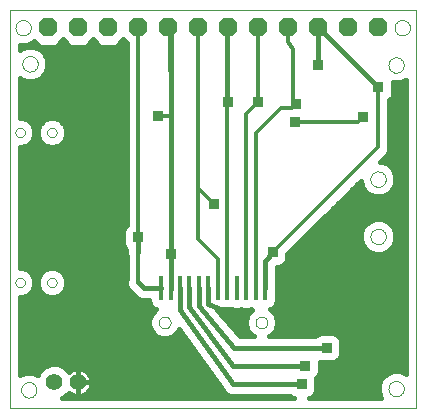
<source format=gtl>
G75*
G70*
%OFA0B0*%
%FSLAX24Y24*%
%IPPOS*%
%LPD*%
%AMOC8*
5,1,8,0,0,1.08239X$1,22.5*
%
%ADD10C,0.0000*%
%ADD11R,0.0157X0.0787*%
%ADD12OC8,0.0630*%
%ADD13C,0.0560*%
%ADD14C,0.0160*%
%ADD15R,0.0317X0.0317*%
%ADD16C,0.0120*%
%ADD17R,0.0356X0.0356*%
D10*
X000174Y000263D02*
X000174Y013537D01*
X013690Y013537D01*
X013690Y000263D01*
X000174Y000263D01*
X000540Y000869D02*
X000542Y000900D01*
X000548Y000931D01*
X000557Y000961D01*
X000570Y000990D01*
X000587Y001017D01*
X000607Y001041D01*
X000629Y001063D01*
X000655Y001082D01*
X000682Y001098D01*
X000711Y001110D01*
X000741Y001119D01*
X000772Y001124D01*
X000804Y001125D01*
X000835Y001122D01*
X000866Y001115D01*
X000896Y001105D01*
X000924Y001091D01*
X000950Y001073D01*
X000974Y001053D01*
X000995Y001029D01*
X001014Y001004D01*
X001029Y000976D01*
X001040Y000947D01*
X001048Y000916D01*
X001052Y000885D01*
X001052Y000853D01*
X001048Y000822D01*
X001040Y000791D01*
X001029Y000762D01*
X001014Y000734D01*
X000995Y000709D01*
X000974Y000685D01*
X000950Y000665D01*
X000924Y000647D01*
X000896Y000633D01*
X000866Y000623D01*
X000835Y000616D01*
X000804Y000613D01*
X000772Y000614D01*
X000741Y000619D01*
X000711Y000628D01*
X000682Y000640D01*
X000655Y000656D01*
X000629Y000675D01*
X000607Y000697D01*
X000587Y000721D01*
X000570Y000748D01*
X000557Y000777D01*
X000548Y000807D01*
X000542Y000838D01*
X000540Y000869D01*
X000348Y004448D02*
X000350Y004473D01*
X000356Y004497D01*
X000365Y004519D01*
X000378Y004540D01*
X000394Y004559D01*
X000413Y004575D01*
X000434Y004588D01*
X000456Y004597D01*
X000480Y004603D01*
X000505Y004605D01*
X000530Y004603D01*
X000554Y004597D01*
X000576Y004588D01*
X000597Y004575D01*
X000616Y004559D01*
X000632Y004540D01*
X000645Y004519D01*
X000654Y004497D01*
X000660Y004473D01*
X000662Y004448D01*
X000660Y004423D01*
X000654Y004399D01*
X000645Y004377D01*
X000632Y004356D01*
X000616Y004337D01*
X000597Y004321D01*
X000576Y004308D01*
X000554Y004299D01*
X000530Y004293D01*
X000505Y004291D01*
X000480Y004293D01*
X000456Y004299D01*
X000434Y004308D01*
X000413Y004321D01*
X000394Y004337D01*
X000378Y004356D01*
X000365Y004377D01*
X000356Y004399D01*
X000350Y004423D01*
X000348Y004448D01*
X001411Y004448D02*
X001413Y004473D01*
X001419Y004497D01*
X001428Y004519D01*
X001441Y004540D01*
X001457Y004559D01*
X001476Y004575D01*
X001497Y004588D01*
X001519Y004597D01*
X001543Y004603D01*
X001568Y004605D01*
X001593Y004603D01*
X001617Y004597D01*
X001639Y004588D01*
X001660Y004575D01*
X001679Y004559D01*
X001695Y004540D01*
X001708Y004519D01*
X001717Y004497D01*
X001723Y004473D01*
X001725Y004448D01*
X001723Y004423D01*
X001717Y004399D01*
X001708Y004377D01*
X001695Y004356D01*
X001679Y004337D01*
X001660Y004321D01*
X001639Y004308D01*
X001617Y004299D01*
X001593Y004293D01*
X001568Y004291D01*
X001543Y004293D01*
X001519Y004299D01*
X001497Y004308D01*
X001476Y004321D01*
X001457Y004337D01*
X001441Y004356D01*
X001428Y004377D01*
X001419Y004399D01*
X001413Y004423D01*
X001411Y004448D01*
X005127Y003113D02*
X005129Y003140D01*
X005135Y003167D01*
X005144Y003193D01*
X005157Y003217D01*
X005173Y003240D01*
X005192Y003259D01*
X005214Y003276D01*
X005238Y003290D01*
X005263Y003300D01*
X005290Y003307D01*
X005317Y003310D01*
X005345Y003309D01*
X005372Y003304D01*
X005398Y003296D01*
X005422Y003284D01*
X005445Y003268D01*
X005466Y003250D01*
X005483Y003229D01*
X005498Y003205D01*
X005509Y003180D01*
X005517Y003154D01*
X005521Y003127D01*
X005521Y003099D01*
X005517Y003072D01*
X005509Y003046D01*
X005498Y003021D01*
X005483Y002997D01*
X005466Y002976D01*
X005445Y002958D01*
X005423Y002942D01*
X005398Y002930D01*
X005372Y002922D01*
X005345Y002917D01*
X005317Y002916D01*
X005290Y002919D01*
X005263Y002926D01*
X005238Y002936D01*
X005214Y002950D01*
X005192Y002967D01*
X005173Y002986D01*
X005157Y003009D01*
X005144Y003033D01*
X005135Y003059D01*
X005129Y003086D01*
X005127Y003113D01*
X008355Y003113D02*
X008357Y003140D01*
X008363Y003167D01*
X008372Y003193D01*
X008385Y003217D01*
X008401Y003240D01*
X008420Y003259D01*
X008442Y003276D01*
X008466Y003290D01*
X008491Y003300D01*
X008518Y003307D01*
X008545Y003310D01*
X008573Y003309D01*
X008600Y003304D01*
X008626Y003296D01*
X008650Y003284D01*
X008673Y003268D01*
X008694Y003250D01*
X008711Y003229D01*
X008726Y003205D01*
X008737Y003180D01*
X008745Y003154D01*
X008749Y003127D01*
X008749Y003099D01*
X008745Y003072D01*
X008737Y003046D01*
X008726Y003021D01*
X008711Y002997D01*
X008694Y002976D01*
X008673Y002958D01*
X008651Y002942D01*
X008626Y002930D01*
X008600Y002922D01*
X008573Y002917D01*
X008545Y002916D01*
X008518Y002919D01*
X008491Y002926D01*
X008466Y002936D01*
X008442Y002950D01*
X008420Y002967D01*
X008401Y002986D01*
X008385Y003009D01*
X008372Y003033D01*
X008363Y003059D01*
X008357Y003086D01*
X008355Y003113D01*
X012182Y005983D02*
X012184Y006014D01*
X012190Y006045D01*
X012199Y006075D01*
X012212Y006104D01*
X012229Y006131D01*
X012249Y006155D01*
X012271Y006177D01*
X012297Y006196D01*
X012324Y006212D01*
X012353Y006224D01*
X012383Y006233D01*
X012414Y006238D01*
X012446Y006239D01*
X012477Y006236D01*
X012508Y006229D01*
X012538Y006219D01*
X012566Y006205D01*
X012592Y006187D01*
X012616Y006167D01*
X012637Y006143D01*
X012656Y006118D01*
X012671Y006090D01*
X012682Y006061D01*
X012690Y006030D01*
X012694Y005999D01*
X012694Y005967D01*
X012690Y005936D01*
X012682Y005905D01*
X012671Y005876D01*
X012656Y005848D01*
X012637Y005823D01*
X012616Y005799D01*
X012592Y005779D01*
X012566Y005761D01*
X012538Y005747D01*
X012508Y005737D01*
X012477Y005730D01*
X012446Y005727D01*
X012414Y005728D01*
X012383Y005733D01*
X012353Y005742D01*
X012324Y005754D01*
X012297Y005770D01*
X012271Y005789D01*
X012249Y005811D01*
X012229Y005835D01*
X012212Y005862D01*
X012199Y005891D01*
X012190Y005921D01*
X012184Y005952D01*
X012182Y005983D01*
X012182Y007893D02*
X012184Y007924D01*
X012190Y007955D01*
X012199Y007985D01*
X012212Y008014D01*
X012229Y008041D01*
X012249Y008065D01*
X012271Y008087D01*
X012297Y008106D01*
X012324Y008122D01*
X012353Y008134D01*
X012383Y008143D01*
X012414Y008148D01*
X012446Y008149D01*
X012477Y008146D01*
X012508Y008139D01*
X012538Y008129D01*
X012566Y008115D01*
X012592Y008097D01*
X012616Y008077D01*
X012637Y008053D01*
X012656Y008028D01*
X012671Y008000D01*
X012682Y007971D01*
X012690Y007940D01*
X012694Y007909D01*
X012694Y007877D01*
X012690Y007846D01*
X012682Y007815D01*
X012671Y007786D01*
X012656Y007758D01*
X012637Y007733D01*
X012616Y007709D01*
X012592Y007689D01*
X012566Y007671D01*
X012538Y007657D01*
X012508Y007647D01*
X012477Y007640D01*
X012446Y007637D01*
X012414Y007638D01*
X012383Y007643D01*
X012353Y007652D01*
X012324Y007664D01*
X012297Y007680D01*
X012271Y007699D01*
X012249Y007721D01*
X012229Y007745D01*
X012212Y007772D01*
X012199Y007801D01*
X012190Y007831D01*
X012184Y007862D01*
X012182Y007893D01*
X012784Y011696D02*
X012786Y011727D01*
X012792Y011758D01*
X012801Y011788D01*
X012814Y011817D01*
X012831Y011844D01*
X012851Y011868D01*
X012873Y011890D01*
X012899Y011909D01*
X012926Y011925D01*
X012955Y011937D01*
X012985Y011946D01*
X013016Y011951D01*
X013048Y011952D01*
X013079Y011949D01*
X013110Y011942D01*
X013140Y011932D01*
X013168Y011918D01*
X013194Y011900D01*
X013218Y011880D01*
X013239Y011856D01*
X013258Y011831D01*
X013273Y011803D01*
X013284Y011774D01*
X013292Y011743D01*
X013296Y011712D01*
X013296Y011680D01*
X013292Y011649D01*
X013284Y011618D01*
X013273Y011589D01*
X013258Y011561D01*
X013239Y011536D01*
X013218Y011512D01*
X013194Y011492D01*
X013168Y011474D01*
X013140Y011460D01*
X013110Y011450D01*
X013079Y011443D01*
X013048Y011440D01*
X013016Y011441D01*
X012985Y011446D01*
X012955Y011455D01*
X012926Y011467D01*
X012899Y011483D01*
X012873Y011502D01*
X012851Y011524D01*
X012831Y011548D01*
X012814Y011575D01*
X012801Y011604D01*
X012792Y011634D01*
X012786Y011665D01*
X012784Y011696D01*
X012989Y012940D02*
X012991Y012971D01*
X012997Y013002D01*
X013006Y013032D01*
X013019Y013061D01*
X013036Y013088D01*
X013056Y013112D01*
X013078Y013134D01*
X013104Y013153D01*
X013131Y013169D01*
X013160Y013181D01*
X013190Y013190D01*
X013221Y013195D01*
X013253Y013196D01*
X013284Y013193D01*
X013315Y013186D01*
X013345Y013176D01*
X013373Y013162D01*
X013399Y013144D01*
X013423Y013124D01*
X013444Y013100D01*
X013463Y013075D01*
X013478Y013047D01*
X013489Y013018D01*
X013497Y012987D01*
X013501Y012956D01*
X013501Y012924D01*
X013497Y012893D01*
X013489Y012862D01*
X013478Y012833D01*
X013463Y012805D01*
X013444Y012780D01*
X013423Y012756D01*
X013399Y012736D01*
X013373Y012718D01*
X013345Y012704D01*
X013315Y012694D01*
X013284Y012687D01*
X013253Y012684D01*
X013221Y012685D01*
X013190Y012690D01*
X013160Y012699D01*
X013131Y012711D01*
X013104Y012727D01*
X013078Y012746D01*
X013056Y012768D01*
X013036Y012792D01*
X013019Y012819D01*
X013006Y012848D01*
X012997Y012878D01*
X012991Y012909D01*
X012989Y012940D01*
X001411Y009448D02*
X001413Y009473D01*
X001419Y009497D01*
X001428Y009519D01*
X001441Y009540D01*
X001457Y009559D01*
X001476Y009575D01*
X001497Y009588D01*
X001519Y009597D01*
X001543Y009603D01*
X001568Y009605D01*
X001593Y009603D01*
X001617Y009597D01*
X001639Y009588D01*
X001660Y009575D01*
X001679Y009559D01*
X001695Y009540D01*
X001708Y009519D01*
X001717Y009497D01*
X001723Y009473D01*
X001725Y009448D01*
X001723Y009423D01*
X001717Y009399D01*
X001708Y009377D01*
X001695Y009356D01*
X001679Y009337D01*
X001660Y009321D01*
X001639Y009308D01*
X001617Y009299D01*
X001593Y009293D01*
X001568Y009291D01*
X001543Y009293D01*
X001519Y009299D01*
X001497Y009308D01*
X001476Y009321D01*
X001457Y009337D01*
X001441Y009356D01*
X001428Y009377D01*
X001419Y009399D01*
X001413Y009423D01*
X001411Y009448D01*
X000348Y009448D02*
X000350Y009473D01*
X000356Y009497D01*
X000365Y009519D01*
X000378Y009540D01*
X000394Y009559D01*
X000413Y009575D01*
X000434Y009588D01*
X000456Y009597D01*
X000480Y009603D01*
X000505Y009605D01*
X000530Y009603D01*
X000554Y009597D01*
X000576Y009588D01*
X000597Y009575D01*
X000616Y009559D01*
X000632Y009540D01*
X000645Y009519D01*
X000654Y009497D01*
X000660Y009473D01*
X000662Y009448D01*
X000660Y009423D01*
X000654Y009399D01*
X000645Y009377D01*
X000632Y009356D01*
X000616Y009337D01*
X000597Y009321D01*
X000576Y009308D01*
X000554Y009299D01*
X000530Y009293D01*
X000505Y009291D01*
X000480Y009293D01*
X000456Y009299D01*
X000434Y009308D01*
X000413Y009321D01*
X000394Y009337D01*
X000378Y009356D01*
X000365Y009377D01*
X000356Y009399D01*
X000350Y009423D01*
X000348Y009448D01*
X000580Y011735D02*
X000582Y011766D01*
X000588Y011797D01*
X000597Y011827D01*
X000610Y011856D01*
X000627Y011883D01*
X000647Y011907D01*
X000669Y011929D01*
X000695Y011948D01*
X000722Y011964D01*
X000751Y011976D01*
X000781Y011985D01*
X000812Y011990D01*
X000844Y011991D01*
X000875Y011988D01*
X000906Y011981D01*
X000936Y011971D01*
X000964Y011957D01*
X000990Y011939D01*
X001014Y011919D01*
X001035Y011895D01*
X001054Y011870D01*
X001069Y011842D01*
X001080Y011813D01*
X001088Y011782D01*
X001092Y011751D01*
X001092Y011719D01*
X001088Y011688D01*
X001080Y011657D01*
X001069Y011628D01*
X001054Y011600D01*
X001035Y011575D01*
X001014Y011551D01*
X000990Y011531D01*
X000964Y011513D01*
X000936Y011499D01*
X000906Y011489D01*
X000875Y011482D01*
X000844Y011479D01*
X000812Y011480D01*
X000781Y011485D01*
X000751Y011494D01*
X000722Y011506D01*
X000695Y011522D01*
X000669Y011541D01*
X000647Y011563D01*
X000627Y011587D01*
X000610Y011614D01*
X000597Y011643D01*
X000588Y011673D01*
X000582Y011704D01*
X000580Y011735D01*
X000351Y012940D02*
X000353Y012971D01*
X000359Y013002D01*
X000368Y013032D01*
X000381Y013061D01*
X000398Y013088D01*
X000418Y013112D01*
X000440Y013134D01*
X000466Y013153D01*
X000493Y013169D01*
X000522Y013181D01*
X000552Y013190D01*
X000583Y013195D01*
X000615Y013196D01*
X000646Y013193D01*
X000677Y013186D01*
X000707Y013176D01*
X000735Y013162D01*
X000761Y013144D01*
X000785Y013124D01*
X000806Y013100D01*
X000825Y013075D01*
X000840Y013047D01*
X000851Y013018D01*
X000859Y012987D01*
X000863Y012956D01*
X000863Y012924D01*
X000859Y012893D01*
X000851Y012862D01*
X000840Y012833D01*
X000825Y012805D01*
X000806Y012780D01*
X000785Y012756D01*
X000761Y012736D01*
X000735Y012718D01*
X000707Y012704D01*
X000677Y012694D01*
X000646Y012687D01*
X000615Y012684D01*
X000583Y012685D01*
X000552Y012690D01*
X000522Y012699D01*
X000493Y012711D01*
X000466Y012727D01*
X000440Y012746D01*
X000418Y012768D01*
X000398Y012792D01*
X000381Y012819D01*
X000368Y012848D01*
X000359Y012878D01*
X000353Y012909D01*
X000351Y012940D01*
X012784Y000909D02*
X012786Y000940D01*
X012792Y000971D01*
X012801Y001001D01*
X012814Y001030D01*
X012831Y001057D01*
X012851Y001081D01*
X012873Y001103D01*
X012899Y001122D01*
X012926Y001138D01*
X012955Y001150D01*
X012985Y001159D01*
X013016Y001164D01*
X013048Y001165D01*
X013079Y001162D01*
X013110Y001155D01*
X013140Y001145D01*
X013168Y001131D01*
X013194Y001113D01*
X013218Y001093D01*
X013239Y001069D01*
X013258Y001044D01*
X013273Y001016D01*
X013284Y000987D01*
X013292Y000956D01*
X013296Y000925D01*
X013296Y000893D01*
X013292Y000862D01*
X013284Y000831D01*
X013273Y000802D01*
X013258Y000774D01*
X013239Y000749D01*
X013218Y000725D01*
X013194Y000705D01*
X013168Y000687D01*
X013140Y000673D01*
X013110Y000663D01*
X013079Y000656D01*
X013048Y000653D01*
X013016Y000654D01*
X012985Y000659D01*
X012955Y000668D01*
X012926Y000680D01*
X012899Y000696D01*
X012873Y000715D01*
X012851Y000737D01*
X012831Y000761D01*
X012814Y000788D01*
X012801Y000817D01*
X012792Y000847D01*
X012786Y000878D01*
X012784Y000909D01*
D11*
X008670Y004255D03*
X008355Y004255D03*
X008040Y004255D03*
X007725Y004255D03*
X007411Y004255D03*
X007096Y004255D03*
X006781Y004255D03*
X006466Y004255D03*
X006151Y004255D03*
X005836Y004255D03*
X005521Y004255D03*
X005206Y004255D03*
D12*
X005438Y012948D03*
X004438Y012948D03*
X003438Y012948D03*
X002438Y012948D03*
X001438Y012948D03*
X006438Y012948D03*
X007438Y012948D03*
X008438Y012948D03*
X009438Y012948D03*
X010438Y012948D03*
X011438Y012948D03*
X012438Y012948D03*
D13*
X002430Y001125D03*
X001643Y001125D03*
D14*
X001094Y001369D02*
X001134Y001465D01*
X001303Y001634D01*
X001523Y001725D01*
X001762Y001725D01*
X001983Y001634D01*
X002136Y001480D01*
X002189Y001519D01*
X002254Y001551D01*
X002322Y001574D01*
X002394Y001585D01*
X002430Y001585D01*
X002430Y001125D01*
X002430Y001125D01*
X002430Y000665D01*
X002394Y000665D01*
X002322Y000677D01*
X002254Y000699D01*
X002189Y000732D01*
X002136Y000770D01*
X001983Y000617D01*
X001902Y000583D01*
X009638Y000583D01*
X009547Y000621D01*
X009517Y000650D01*
X007661Y000650D01*
X007628Y000643D01*
X007582Y000650D01*
X007536Y000650D01*
X007505Y000663D01*
X007471Y000669D01*
X007432Y000693D01*
X007389Y000711D01*
X007365Y000735D01*
X007336Y000753D01*
X007309Y000791D01*
X007276Y000824D01*
X007263Y000855D01*
X005797Y002905D01*
X005762Y002821D01*
X005617Y002675D01*
X005427Y002597D01*
X005221Y002597D01*
X005031Y002675D01*
X004886Y002821D01*
X004807Y003011D01*
X004807Y003216D01*
X004886Y003406D01*
X005031Y003552D01*
X005035Y003553D01*
X004946Y003590D01*
X004856Y003680D01*
X004807Y003798D01*
X004807Y003855D01*
X004551Y003855D01*
X004404Y003916D01*
X004099Y004221D01*
X004038Y004368D01*
X004038Y004528D01*
X004058Y004576D01*
X004058Y005320D01*
X004038Y005368D01*
X004038Y005539D01*
X003989Y005589D01*
X003940Y005706D01*
X003940Y006190D01*
X003989Y006307D01*
X004058Y006377D01*
X004058Y012430D01*
X003938Y012550D01*
X003701Y012313D01*
X003175Y012313D01*
X002938Y012550D01*
X002701Y012313D01*
X002175Y012313D01*
X001938Y012550D01*
X001701Y012313D01*
X001175Y012313D01*
X000985Y012503D01*
X000934Y012452D01*
X000722Y012364D01*
X000494Y012364D01*
X000494Y012208D01*
X000509Y012224D01*
X000721Y012311D01*
X000950Y012311D01*
X001162Y012224D01*
X001324Y012062D01*
X001412Y011850D01*
X001412Y011621D01*
X001324Y011409D01*
X001162Y011247D01*
X000950Y011160D01*
X000721Y011160D01*
X000509Y011247D01*
X000494Y011262D01*
X000494Y009926D01*
X000600Y009926D01*
X000775Y009853D01*
X000910Y009719D01*
X000982Y009543D01*
X000982Y009353D01*
X000910Y009178D01*
X000775Y009043D01*
X000600Y008971D01*
X000494Y008971D01*
X000494Y004926D01*
X000600Y004926D01*
X000775Y004853D01*
X000910Y004719D01*
X000982Y004543D01*
X000982Y004353D01*
X000910Y004178D01*
X000775Y004043D01*
X000600Y003971D01*
X000494Y003971D01*
X000494Y001368D01*
X000682Y001445D01*
X000911Y001445D01*
X001094Y001369D01*
X001097Y001375D02*
X001081Y001375D01*
X001202Y001533D02*
X000494Y001533D01*
X000494Y001375D02*
X000511Y001375D01*
X000494Y001692D02*
X001442Y001692D01*
X001843Y001692D02*
X006665Y001692D01*
X006552Y001850D02*
X000494Y001850D01*
X000494Y002009D02*
X006438Y002009D01*
X006325Y002167D02*
X000494Y002167D01*
X000494Y002326D02*
X006211Y002326D01*
X006098Y002484D02*
X000494Y002484D01*
X000494Y002643D02*
X005110Y002643D01*
X004905Y002801D02*
X000494Y002801D01*
X000494Y002960D02*
X004828Y002960D01*
X004807Y003118D02*
X000494Y003118D01*
X000494Y003277D02*
X004832Y003277D01*
X004915Y003435D02*
X000494Y003435D01*
X000494Y003594D02*
X004942Y003594D01*
X004826Y003752D02*
X000494Y003752D01*
X000494Y003911D02*
X004418Y003911D01*
X004251Y004069D02*
X001864Y004069D01*
X001838Y004043D02*
X001973Y004178D01*
X002045Y004353D01*
X002045Y004543D01*
X001973Y004719D01*
X001838Y004853D01*
X001663Y004926D01*
X001473Y004926D01*
X001298Y004853D01*
X001163Y004719D01*
X001091Y004543D01*
X001091Y004353D01*
X001163Y004178D01*
X001298Y004043D01*
X001473Y003971D01*
X001663Y003971D01*
X001838Y004043D01*
X001993Y004228D02*
X004096Y004228D01*
X004038Y004386D02*
X002045Y004386D01*
X002045Y004545D02*
X004045Y004545D01*
X004058Y004703D02*
X001979Y004703D01*
X001817Y004862D02*
X004058Y004862D01*
X004058Y005020D02*
X000494Y005020D01*
X000494Y005179D02*
X004058Y005179D01*
X004051Y005337D02*
X000494Y005337D01*
X000494Y005496D02*
X004038Y005496D01*
X003962Y005654D02*
X000494Y005654D01*
X000494Y005813D02*
X003940Y005813D01*
X003940Y005971D02*
X000494Y005971D01*
X000494Y006130D02*
X003940Y006130D01*
X003981Y006288D02*
X000494Y006288D01*
X000494Y006447D02*
X004058Y006447D01*
X004058Y006605D02*
X000494Y006605D01*
X000494Y006764D02*
X004058Y006764D01*
X004058Y006922D02*
X000494Y006922D01*
X000494Y007081D02*
X004058Y007081D01*
X004058Y007239D02*
X000494Y007239D01*
X000494Y007398D02*
X004058Y007398D01*
X004058Y007556D02*
X000494Y007556D01*
X000494Y007715D02*
X004058Y007715D01*
X004058Y007873D02*
X000494Y007873D01*
X000494Y008032D02*
X004058Y008032D01*
X004058Y008190D02*
X000494Y008190D01*
X000494Y008349D02*
X004058Y008349D01*
X004058Y008507D02*
X000494Y008507D01*
X000494Y008666D02*
X004058Y008666D01*
X004058Y008824D02*
X000494Y008824D01*
X000629Y008983D02*
X001444Y008983D01*
X001473Y008971D02*
X001663Y008971D01*
X001838Y009043D01*
X001973Y009178D01*
X002045Y009353D01*
X002045Y009543D01*
X001973Y009719D01*
X001838Y009853D01*
X001663Y009926D01*
X001473Y009926D01*
X001298Y009853D01*
X001163Y009719D01*
X001091Y009543D01*
X001091Y009353D01*
X001163Y009178D01*
X001298Y009043D01*
X001473Y008971D01*
X001692Y008983D02*
X004058Y008983D01*
X004058Y009141D02*
X001936Y009141D01*
X002023Y009300D02*
X004058Y009300D01*
X004058Y009458D02*
X002045Y009458D01*
X002015Y009617D02*
X004058Y009617D01*
X004058Y009775D02*
X001916Y009775D01*
X001220Y009775D02*
X000853Y009775D01*
X000952Y009617D02*
X001121Y009617D01*
X001091Y009458D02*
X000982Y009458D01*
X000960Y009300D02*
X001113Y009300D01*
X001200Y009141D02*
X000873Y009141D01*
X000494Y009934D02*
X004058Y009934D01*
X004058Y010092D02*
X000494Y010092D01*
X000494Y010251D02*
X004058Y010251D01*
X004058Y010409D02*
X000494Y010409D01*
X000494Y010568D02*
X004058Y010568D01*
X004058Y010726D02*
X000494Y010726D01*
X000494Y010885D02*
X004058Y010885D01*
X004058Y011043D02*
X000494Y011043D01*
X000494Y011202D02*
X000620Y011202D01*
X001052Y011202D02*
X004058Y011202D01*
X004058Y011360D02*
X001275Y011360D01*
X001369Y011519D02*
X004058Y011519D01*
X004058Y011677D02*
X001412Y011677D01*
X001412Y011836D02*
X004058Y011836D01*
X004058Y011994D02*
X001352Y011994D01*
X001233Y012153D02*
X004058Y012153D01*
X004058Y012311D02*
X000951Y012311D01*
X000951Y012470D02*
X001019Y012470D01*
X000720Y012311D02*
X000494Y012311D01*
X001858Y012470D02*
X002019Y012470D01*
X002858Y012470D02*
X003019Y012470D01*
X003858Y012470D02*
X004019Y012470D01*
X005438Y012948D02*
X005529Y012857D01*
X005529Y009987D01*
X005529Y005381D01*
X005529Y004239D01*
X005836Y004255D02*
X005836Y003539D01*
X007615Y001050D01*
X009887Y001050D01*
X010365Y000828D02*
X010317Y000711D01*
X010227Y000621D01*
X010136Y000583D01*
X012552Y000583D01*
X012465Y000794D01*
X012465Y001023D01*
X012552Y001235D01*
X012714Y001397D01*
X012926Y001485D01*
X013155Y001485D01*
X013367Y001397D01*
X013370Y001394D01*
X013370Y011211D01*
X013367Y011208D01*
X013155Y011120D01*
X012936Y011120D01*
X012936Y010706D01*
X012887Y010589D01*
X012818Y010519D01*
X012818Y008872D01*
X012760Y008733D01*
X012653Y008626D01*
X012496Y008469D01*
X012553Y008469D01*
X012764Y008381D01*
X012926Y008219D01*
X013014Y008007D01*
X013014Y007778D01*
X012926Y007567D01*
X012764Y007405D01*
X012553Y007317D01*
X012324Y007317D01*
X012112Y007405D01*
X011950Y007567D01*
X011862Y007778D01*
X011862Y007835D01*
X009416Y005389D01*
X009416Y005226D01*
X009368Y005108D01*
X009278Y005018D01*
X009160Y004970D01*
X009070Y004970D01*
X009070Y004176D01*
X009069Y004173D01*
X009069Y003798D01*
X009020Y003680D01*
X008930Y003590D01*
X008841Y003553D01*
X008845Y003552D01*
X008990Y003406D01*
X009069Y003216D01*
X009069Y003011D01*
X008990Y002821D01*
X008845Y002675D01*
X008787Y002651D01*
X010187Y002651D01*
X010342Y002657D01*
X010386Y002701D01*
X010503Y002749D01*
X010948Y002749D01*
X011065Y002701D01*
X011155Y002611D01*
X011204Y002493D01*
X011204Y002049D01*
X011155Y001931D01*
X011065Y001841D01*
X010948Y001792D01*
X010503Y001792D01*
X010495Y001796D01*
X010495Y001458D01*
X010447Y001341D01*
X010365Y001259D01*
X010365Y000828D01*
X010365Y000899D02*
X012465Y000899D01*
X012479Y001058D02*
X010365Y001058D01*
X010365Y001216D02*
X012544Y001216D01*
X012692Y001375D02*
X010461Y001375D01*
X010495Y001533D02*
X013370Y001533D01*
X013370Y001692D02*
X010495Y001692D01*
X010017Y001680D02*
X007615Y001680D01*
X006151Y003617D01*
X006151Y004255D01*
X006466Y004255D02*
X006466Y003657D01*
X007635Y002251D01*
X010194Y002251D01*
X010725Y002271D01*
X011123Y002643D02*
X013370Y002643D01*
X013370Y002801D02*
X008971Y002801D01*
X009048Y002960D02*
X013370Y002960D01*
X013370Y003118D02*
X009069Y003118D01*
X009044Y003277D02*
X013370Y003277D01*
X013370Y003435D02*
X008962Y003435D01*
X008934Y003594D02*
X013370Y003594D01*
X013370Y003752D02*
X009050Y003752D01*
X009069Y003911D02*
X013370Y003911D01*
X013370Y004069D02*
X009069Y004069D01*
X009070Y004228D02*
X013370Y004228D01*
X013370Y004386D02*
X009070Y004386D01*
X009070Y004545D02*
X013370Y004545D01*
X013370Y004703D02*
X009070Y004703D01*
X009070Y004862D02*
X013370Y004862D01*
X013370Y005020D02*
X009279Y005020D01*
X009397Y005179D02*
X013370Y005179D01*
X013370Y005337D02*
X009416Y005337D01*
X009523Y005496D02*
X012112Y005496D01*
X012112Y005495D02*
X012324Y005408D01*
X012553Y005408D01*
X012764Y005495D01*
X012926Y005657D01*
X013014Y005869D01*
X013014Y006098D01*
X012926Y006310D01*
X012764Y006472D01*
X012553Y006559D01*
X012324Y006559D01*
X012112Y006472D01*
X011950Y006310D01*
X011862Y006098D01*
X011862Y005869D01*
X011950Y005657D01*
X012112Y005495D01*
X011953Y005654D02*
X009681Y005654D01*
X009840Y005813D02*
X011886Y005813D01*
X011862Y005971D02*
X009998Y005971D01*
X010157Y006130D02*
X011875Y006130D01*
X011941Y006288D02*
X010315Y006288D01*
X010474Y006447D02*
X012087Y006447D01*
X012789Y006447D02*
X013370Y006447D01*
X013370Y006605D02*
X010632Y006605D01*
X010791Y006764D02*
X013370Y006764D01*
X013370Y006922D02*
X010949Y006922D01*
X011108Y007081D02*
X013370Y007081D01*
X013370Y007239D02*
X011266Y007239D01*
X011425Y007398D02*
X012129Y007398D01*
X011960Y007556D02*
X011583Y007556D01*
X011742Y007715D02*
X011889Y007715D01*
X012747Y007398D02*
X013370Y007398D01*
X013370Y007556D02*
X012916Y007556D01*
X012988Y007715D02*
X013370Y007715D01*
X013370Y007873D02*
X013014Y007873D01*
X013004Y008032D02*
X013370Y008032D01*
X013370Y008190D02*
X012938Y008190D01*
X012797Y008349D02*
X013370Y008349D01*
X013370Y008507D02*
X012534Y008507D01*
X012693Y008666D02*
X013370Y008666D01*
X013370Y008824D02*
X012798Y008824D01*
X012818Y008983D02*
X013370Y008983D01*
X013370Y009141D02*
X012818Y009141D01*
X012818Y009300D02*
X013370Y009300D01*
X013370Y009458D02*
X012818Y009458D01*
X012818Y009617D02*
X013370Y009617D01*
X013370Y009775D02*
X012818Y009775D01*
X012818Y009934D02*
X013370Y009934D01*
X013370Y010092D02*
X012818Y010092D01*
X012818Y010251D02*
X013370Y010251D01*
X013370Y010409D02*
X012818Y010409D01*
X012866Y010568D02*
X013370Y010568D01*
X013370Y010726D02*
X012936Y010726D01*
X012936Y010885D02*
X013370Y010885D01*
X013370Y011043D02*
X012936Y011043D01*
X013351Y011202D02*
X013370Y011202D01*
X012438Y010948D02*
X010438Y012948D01*
X010438Y011712D01*
X012935Y006288D02*
X013370Y006288D01*
X013370Y006130D02*
X013001Y006130D01*
X013014Y005971D02*
X013370Y005971D01*
X013370Y005813D02*
X012991Y005813D01*
X012923Y005654D02*
X013370Y005654D01*
X013370Y005496D02*
X012765Y005496D01*
X013370Y002484D02*
X011204Y002484D01*
X011204Y002326D02*
X013370Y002326D01*
X013370Y002167D02*
X011204Y002167D01*
X011187Y002009D02*
X013370Y002009D01*
X013370Y001850D02*
X011074Y001850D01*
X010329Y000741D02*
X012487Y000741D01*
X008670Y004255D02*
X008670Y005180D01*
X008938Y005448D01*
X008198Y003548D02*
X008213Y003541D01*
X008249Y003541D01*
X008114Y003406D01*
X008035Y003216D01*
X008035Y003011D01*
X008114Y002821D01*
X008259Y002675D01*
X008318Y002651D01*
X007822Y002651D01*
X007082Y003541D01*
X007238Y003541D01*
X007253Y003548D01*
X007268Y003541D01*
X007553Y003541D01*
X007568Y003548D01*
X007583Y003541D01*
X007868Y003541D01*
X007883Y003548D01*
X007898Y003541D01*
X008183Y003541D01*
X008198Y003548D01*
X008143Y003435D02*
X007170Y003435D01*
X007302Y003277D02*
X008060Y003277D01*
X008035Y003118D02*
X007434Y003118D01*
X007566Y002960D02*
X008057Y002960D01*
X008134Y002801D02*
X007698Y002801D01*
X007438Y003448D02*
X006781Y003724D01*
X006781Y004255D01*
X005871Y002801D02*
X005742Y002801D01*
X005538Y002643D02*
X005985Y002643D01*
X006778Y001533D02*
X002643Y001533D01*
X002671Y001519D02*
X002607Y001551D01*
X002538Y001574D01*
X002466Y001585D01*
X002430Y001585D01*
X002430Y001125D01*
X002430Y000665D01*
X002466Y000665D01*
X002538Y000677D01*
X002607Y000699D01*
X002671Y000732D01*
X002730Y000774D01*
X002781Y000826D01*
X002824Y000884D01*
X002856Y000949D01*
X002879Y001017D01*
X002890Y001089D01*
X002890Y001125D01*
X002430Y001125D01*
X002430Y001125D01*
X002430Y001125D01*
X002890Y001125D01*
X002890Y001161D01*
X002879Y001233D01*
X002856Y001302D01*
X002824Y001366D01*
X002781Y001425D01*
X002730Y001476D01*
X002671Y001519D01*
X002818Y001375D02*
X006892Y001375D01*
X007005Y001216D02*
X002882Y001216D01*
X002885Y001058D02*
X007118Y001058D01*
X007232Y000899D02*
X002831Y000899D01*
X002683Y000741D02*
X007356Y000741D01*
X005206Y004255D02*
X004631Y004255D01*
X004438Y004448D01*
X004438Y005448D02*
X004438Y005948D01*
X001319Y004862D02*
X000754Y004862D01*
X000916Y004703D02*
X001157Y004703D01*
X001091Y004545D02*
X000982Y004545D01*
X000982Y004386D02*
X001091Y004386D01*
X001143Y004228D02*
X000930Y004228D01*
X000801Y004069D02*
X001272Y004069D01*
X002083Y001533D02*
X002217Y001533D01*
X002430Y001533D02*
X002430Y001533D01*
X002430Y001375D02*
X002430Y001375D01*
X002430Y001216D02*
X002430Y001216D01*
X002430Y001058D02*
X002430Y001058D01*
X002430Y000899D02*
X002430Y000899D01*
X002430Y000741D02*
X002430Y000741D01*
X002177Y000741D02*
X002107Y000741D01*
D15*
X002162Y002487D03*
X005529Y005381D03*
X006977Y007070D03*
X008938Y005448D03*
X007438Y003448D03*
X006662Y000987D03*
X009887Y001050D03*
X010017Y001680D03*
X010725Y002271D03*
X013044Y001869D03*
X012938Y006948D03*
X011938Y009948D03*
X009702Y010381D03*
X009662Y009791D03*
X008438Y010448D03*
X007438Y010448D03*
X005096Y009987D03*
X003938Y010948D03*
X002662Y008487D03*
X000922Y006672D03*
D16*
X004438Y005948D02*
X004438Y012948D01*
X005438Y012948D02*
X005489Y012940D01*
X005529Y009987D01*
X005096Y009987D01*
X007438Y010448D02*
X007438Y012948D01*
X007411Y012920D01*
X007411Y004255D01*
X007103Y004263D02*
X007096Y004255D01*
X007103Y004263D02*
X007103Y005224D01*
X006438Y005889D01*
X006438Y012948D01*
X006438Y007609D01*
X006977Y007070D01*
X008355Y005365D02*
X008355Y009428D01*
X009190Y010263D01*
X009584Y010263D01*
X009702Y010381D01*
X009607Y010476D01*
X009607Y012224D01*
X009438Y012448D01*
X009438Y012948D01*
X008438Y012948D02*
X008438Y010448D01*
X008040Y010050D01*
X008040Y004255D01*
X008355Y004255D02*
X008355Y005145D01*
X008355Y005365D01*
X008938Y005448D02*
X012438Y008948D01*
X012438Y010948D01*
X011938Y009948D02*
X011781Y009791D01*
X009662Y009791D01*
X004438Y005448D02*
X004438Y004448D01*
D17*
X004438Y005948D03*
X010438Y011712D03*
X012438Y010948D03*
M02*

</source>
